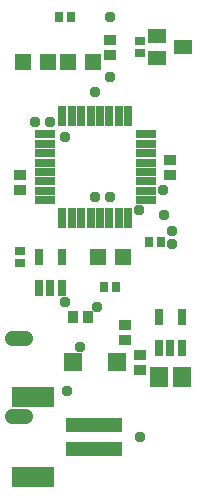
<source format=gbr>
G04 EAGLE Gerber RS-274X export*
G75*
%MOMM*%
%FSLAX34Y34*%
%LPD*%
%INSoldermask Top*%
%IPPOS*%
%AMOC8*
5,1,8,0,0,1.08239X$1,22.5*%
G01*
%ADD10R,1.403200X1.403200*%
%ADD11R,1.703200X0.753200*%
%ADD12R,0.753200X1.703200*%
%ADD13R,0.803200X0.903200*%
%ADD14R,0.903200X0.803200*%
%ADD15R,1.103200X0.903200*%
%ADD16R,0.753200X1.403200*%
%ADD17R,1.603200X1.603200*%
%ADD18R,0.903200X1.103200*%
%ADD19R,1.503200X1.703200*%
%ADD20R,1.603200X1.203200*%
%ADD21R,4.803200X1.203200*%
%ADD22R,3.603200X1.803200*%
%ADD23C,1.270000*%
%ADD24C,0.959600*%


D10*
X-175600Y50800D03*
X-154600Y50800D03*
X-192700Y50800D03*
X-213700Y50800D03*
D11*
X-109400Y-66100D03*
X-109400Y-58100D03*
X-109400Y-50100D03*
X-109400Y-42100D03*
X-109400Y-34100D03*
X-109400Y-26100D03*
X-109400Y-18100D03*
X-109400Y-10100D03*
D12*
X-124400Y4900D03*
X-132400Y4900D03*
X-140400Y4900D03*
X-148400Y4900D03*
X-156400Y4900D03*
X-164400Y4900D03*
X-172400Y4900D03*
X-180400Y4900D03*
D11*
X-195400Y-10100D03*
X-195400Y-18100D03*
X-195400Y-26100D03*
X-195400Y-34100D03*
X-195400Y-42100D03*
X-195400Y-50100D03*
X-195400Y-58100D03*
X-195400Y-66100D03*
D12*
X-180400Y-81100D03*
X-172400Y-81100D03*
X-164400Y-81100D03*
X-156400Y-81100D03*
X-148400Y-81100D03*
X-140400Y-81100D03*
X-132400Y-81100D03*
X-124400Y-81100D03*
D13*
X-96600Y-101600D03*
X-106600Y-101600D03*
X-182800Y88900D03*
X-172800Y88900D03*
D14*
X-114300Y58500D03*
X-114300Y68500D03*
D15*
X-139700Y57000D03*
X-139700Y70000D03*
D16*
X-98400Y-190801D03*
X-88900Y-190801D03*
X-79400Y-190801D03*
X-79400Y-164799D03*
X-98400Y-164799D03*
D17*
X-133900Y-203200D03*
X-170900Y-203200D03*
D16*
X-200000Y-140001D03*
X-190500Y-140001D03*
X-181000Y-140001D03*
X-181000Y-113999D03*
X-200000Y-113999D03*
D10*
X-129200Y-114300D03*
X-150200Y-114300D03*
D15*
X-215900Y-44300D03*
X-215900Y-57300D03*
X-114300Y-196700D03*
X-114300Y-209700D03*
X-88900Y-31600D03*
X-88900Y-44600D03*
X-127000Y-171300D03*
X-127000Y-184300D03*
D13*
X-144700Y-139700D03*
X-134700Y-139700D03*
D14*
X-215900Y-119300D03*
X-215900Y-109300D03*
D18*
X-158600Y-165100D03*
X-171600Y-165100D03*
D19*
X-79400Y-215900D03*
X-98400Y-215900D03*
D20*
X-77900Y63500D03*
X-99900Y54000D03*
X-99900Y73000D03*
D21*
X-153500Y-276700D03*
X-153500Y-256700D03*
D22*
X-205500Y-300700D03*
X-205500Y-232700D03*
D23*
X-211582Y-248920D02*
X-222758Y-248920D01*
X-222758Y-182880D02*
X-211582Y-182880D01*
D24*
X-203200Y0D03*
X-190500Y0D03*
X-152400Y-63500D03*
X-177800Y-12700D03*
X-139700Y88900D03*
X-177800Y-152400D03*
X-95250Y-57150D03*
X-114300Y-266700D03*
X-139700Y-63500D03*
X-152400Y25400D03*
X-94234Y-78232D03*
X-115570Y-74676D03*
X-87122Y-103124D03*
X-139700Y38100D03*
X-87122Y-92456D03*
X-176022Y-227584D03*
X-151130Y-156464D03*
X-165100Y-190500D03*
M02*

</source>
